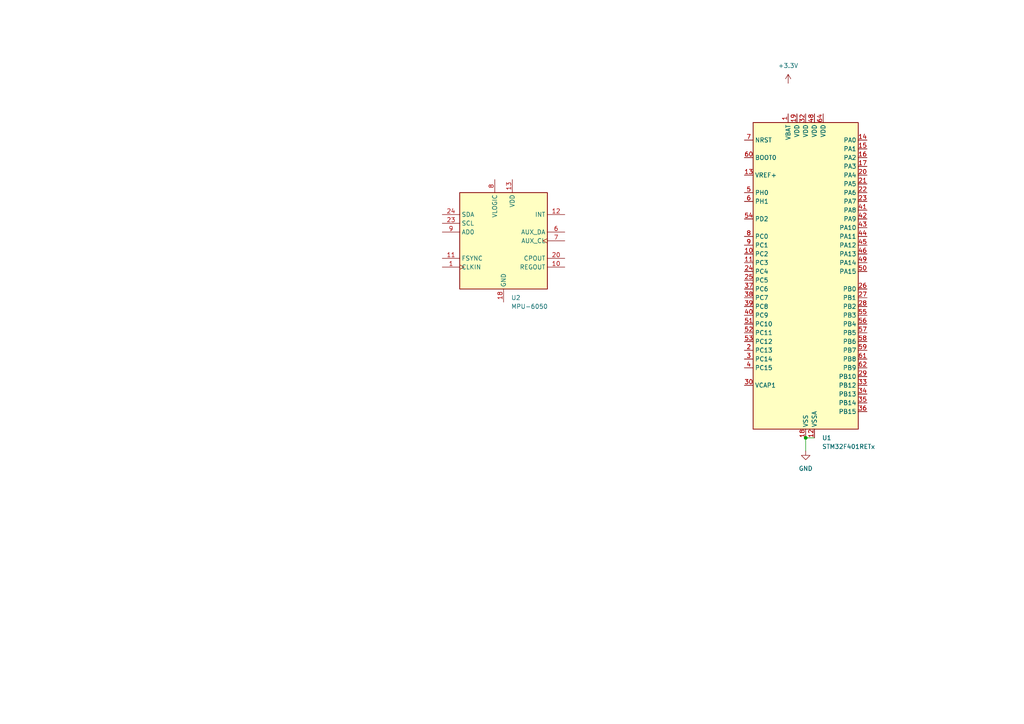
<source format=kicad_sch>
(kicad_sch (version 20231120) (generator "eeschema") (generator_version "8.0")
  (paper "A4")
  (lib_symbols
    (symbol "MCU_ST_STM32F4:STM32F401RETx"
      (property "Reference" "U" (at -15.24 46.99 0))
      (property "Value" "STM32F401RETx" (at 7.62 46.99 0))
      (symbol "STM32F401RETx_0_1"
        (rectangle (start -15.24 -43.18) (end 15.24 45.72) (stroke (width 0.254)) (fill (type background)))
      )
      (symbol "STM32F401RETx_1_1"
        (pin power_in line (at -5.08 48.26 270) (length 2.54) (name "VBAT") (number "1"))
        (pin bidirectional line (at -17.78 7.62 0) (length 2.54) (name "PC2") (number "10"))
        (pin bidirectional line (at -17.78 5.08 0) (length 2.54) (name "PC3") (number "11"))
        (pin power_in line (at 2.54 -45.72 90) (length 2.54) (name "VSSA") (number "12"))
        (pin input line (at -17.78 30.48 0) (length 2.54) (name "VREF+") (number "13"))
        (pin bidirectional line (at 17.78 40.64 180) (length 2.54) (name "PA0") (number "14"))
        (pin bidirectional line (at 17.78 38.1 180) (length 2.54) (name "PA1") (number "15"))
        (pin bidirectional line (at 17.78 35.56 180) (length 2.54) (name "PA2") (number "16"))
        (pin bidirectional line (at 17.78 33.02 180) (length 2.54) (name "PA3") (number "17"))
        (pin power_in line (at 0 -45.72 90) (length 2.54) (name "VSS") (number "18"))
        (pin power_in line (at -2.54 48.26 270) (length 2.54) (name "VDD") (number "19"))
        (pin bidirectional line (at -17.78 -20.32 0) (length 2.54) (name "PC13") (number "2"))
        (pin bidirectional line (at 17.78 30.48 180) (length 2.54) (name "PA4") (number "20"))
        (pin bidirectional line (at 17.78 27.94 180) (length 2.54) (name "PA5") (number "21"))
        (pin bidirectional line (at 17.78 25.4 180) (length 2.54) (name "PA6") (number "22"))
        (pin bidirectional line (at 17.78 22.86 180) (length 2.54) (name "PA7") (number "23"))
        (pin bidirectional line (at -17.78 2.54 0) (length 2.54) (name "PC4") (number "24"))
        (pin bidirectional line (at -17.78 0 0) (length 2.54) (name "PC5") (number "25"))
        (pin bidirectional line (at 17.78 -2.54 180) (length 2.54) (name "PB0") (number "26"))
        (pin bidirectional line (at 17.78 -5.08 180) (length 2.54) (name "PB1") (number "27"))
        (pin bidirectional line (at 17.78 -7.62 180) (length 2.54) (name "PB2") (number "28"))
        (pin bidirectional line (at 17.78 -27.94 180) (length 2.54) (name "PB10") (number "29"))
        (pin bidirectional line (at -17.78 -22.86 0) (length 2.54) (name "PC14") (number "3"))
        (pin power_out line (at -17.78 -30.48 0) (length 2.54) (name "VCAP1") (number "30"))
        (pin passive line (at 0 -45.72 90) (length 2.54) hide (name "VSS") (number "31"))
        (pin power_in line (at 0 48.26 270) (length 2.54) (name "VDD") (number "32"))
        (pin bidirectional line (at 17.78 -30.48 180) (length 2.54) (name "PB12") (number "33"))
        (pin bidirectional line (at 17.78 -33.02 180) (length 2.54) (name "PB13") (number "34"))
        (pin bidirectional line (at 17.78 -35.56 180) (length 2.54) (name "PB14") (number "35"))
        (pin bidirectional line (at 17.78 -38.1 180) (length 2.54) (name "PB15") (number "36"))
        (pin bidirectional line (at -17.78 -2.54 0) (length 2.54) (name "PC6") (number "37"))
        (pin bidirectional line (at -17.78 -5.08 0) (length 2.54) (name "PC7") (number "38"))
        (pin bidirectional line (at -17.78 -7.62 0) (length 2.54) (name "PC8") (number "39"))
        (pin bidirectional line (at -17.78 -25.4 0) (length 2.54) (name "PC15") (number "4"))
        (pin bidirectional line (at -17.78 -10.16 0) (length 2.54) (name "PC9") (number "40"))
        (pin bidirectional line (at 17.78 20.32 180) (length 2.54) (name "PA8") (number "41"))
        (pin bidirectional line (at 17.78 17.78 180) (length 2.54) (name "PA9") (number "42"))
        (pin bidirectional line (at 17.78 15.24 180) (length 2.54) (name "PA10") (number "43"))
        (pin bidirectional line (at 17.78 12.7 180) (length 2.54) (name "PA11") (number "44"))
        (pin bidirectional line (at 17.78 10.16 180) (length 2.54) (name "PA12") (number "45"))
        (pin bidirectional line (at 17.78 7.62 180) (length 2.54) (name "PA13") (number "46"))
        (pin passive line (at 0 -45.72 90) (length 2.54) hide (name "VSS") (number "47"))
        (pin power_in line (at 2.54 48.26 270) (length 2.54) (name "VDD") (number "48"))
        (pin bidirectional line (at 17.78 5.08 180) (length 2.54) (name "PA14") (number "49"))
        (pin bidirectional line (at -17.78 25.4 0) (length 2.54) (name "PH0") (number "5"))
        (pin bidirectional line (at 17.78 2.54 180) (length 2.54) (name "PA15") (number "50"))
        (pin bidirectional line (at -17.78 -12.7 0) (length 2.54) (name "PC10") (number "51"))
        (pin bidirectional line (at -17.78 -15.24 0) (length 2.54) (name "PC11") (number "52"))
        (pin bidirectional line (at -17.78 -17.78 0) (length 2.54) (name "PC12") (number "53"))
        (pin bidirectional line (at -17.78 17.78 0) (length 2.54) (name "PD2") (number "54"))
        (pin bidirectional line (at 17.78 -10.16 180) (length 2.54) (name "PB3") (number "55"))
        (pin bidirectional line (at 17.78 -12.7 180) (length 2.54) (name "PB4") (number "56"))
        (pin bidirectional line (at 17.78 -15.24 180) (length 2.54) (name "PB5") (number "57"))
        (pin bidirectional line (at 17.78 -17.78 180) (length 2.54) (name "PB6") (number "58"))
        (pin bidirectional line (at 17.78 -20.32 180) (length 2.54) (name "PB7") (number "59"))
        (pin bidirectional line (at -17.78 22.86 0) (length 2.54) (name "PH1") (number "6"))
        (pin input line (at -17.78 35.56 0) (length 2.54) (name "BOOT0") (number "60"))
        (pin bidirectional line (at 17.78 -22.86 180) (length 2.54) (name "PB8") (number "61"))
        (pin bidirectional line (at 17.78 -25.4 180) (length 2.54) (name "PB9") (number "62"))
        (pin passive line (at 0 -45.72 90) (length 2.54) hide (name "VSS") (number "63"))
        (pin power_in line (at 5.08 48.26 270) (length 2.54) (name "VDD") (number "64"))
        (pin input line (at -17.78 40.64 0) (length 2.54) (name "NRST") (number "7"))
        (pin bidirectional line (at -17.78 12.7 0) (length 2.54) (name "PC0") (number "8"))
        (pin bidirectional line (at -17.78 10.16 0) (length 2.54) (name "PC1") (number "9"))
      )
    )
    (symbol "Sensor_Motion:MPU-6050"
      (property "Reference" "U" (at -11.43 13.97 0))
      (property "Value" "MPU-6050" (at 7.62 -15.24 0))
      (symbol "MPU-6050_0_0"
        (text "" (at 12.7 -2.54 0) (effects (font (size 1.27 1.27))))
      )
      (symbol "MPU-6050_0_1"
        (rectangle (start -12.7 13.97) (end 12.7 -13.97) (stroke (width 0.254)) (fill (type background)))
      )
      (symbol "MPU-6050_1_1"
        (pin input clock (at -17.78 -7.62 0) (length 5.08) (name "CLKIN") (number "1"))
        (pin passive line (at 17.78 -7.62 180) (length 5.08) (name "REGOUT") (number "10"))
        (pin input line (at -17.78 -5.08 0) (length 5.08) (name "FSYNC") (number "11"))
        (pin output line (at 17.78 7.62 180) (length 5.08) (name "INT") (number "12"))
        (pin power_in line (at 2.54 17.78 270) (length 3.81) (name "VDD") (number "13"))
        (pin no_connect line (at -12.7 -10.16 0) (length 2.54) hide (name "NC") (number "14"))
        (pin no_connect line (at 12.7 12.7 180) (length 2.54) hide (name "NC") (number "15"))
        (pin no_connect line (at 12.7 10.16 180) (length 2.54) hide (name "NC") (number "16"))
        (pin no_connect line (at 12.7 5.08 180) (length 2.54) hide (name "NC") (number "17"))
        (pin power_in line (at 0 -17.78 90) (length 3.81) (name "GND") (number "18"))
        (pin no_connect line (at 12.7 -10.16 180) (length 2.54) hide (name "RESV") (number "19"))
        (pin no_connect line (at -12.7 12.7 0) (length 2.54) hide (name "NC") (number "2"))
        (pin passive line (at 17.78 -5.08 180) (length 5.08) (name "CPOUT") (number "20"))
        (pin no_connect line (at 12.7 -2.54 180) (length 2.54) hide (name "RESV") (number "21"))
        (pin no_connect line (at 12.7 -12.7 180) (length 2.54) hide (name "RESV") (number "22"))
        (pin input line (at -17.78 5.08 0) (length 5.08) (name "SCL") (number "23"))
        (pin bidirectional line (at -17.78 7.62 0) (length 5.08) (name "SDA") (number "24"))
        (pin no_connect line (at -12.7 10.16 0) (length 2.54) hide (name "NC") (number "3"))
        (pin no_connect line (at -12.7 0 0) (length 2.54) hide (name "NC") (number "4"))
        (pin no_connect line (at -12.7 -2.54 0) (length 2.54) hide (name "NC") (number "5"))
        (pin bidirectional line (at 17.78 2.54 180) (length 5.08) (name "AUX_DA") (number "6"))
        (pin output clock (at 17.78 0 180) (length 5.08) (name "AUX_CL") (number "7"))
        (pin power_in line (at -2.54 17.78 270) (length 3.81) (name "VLOGIC") (number "8"))
        (pin input line (at -17.78 2.54 0) (length 5.08) (name "AD0") (number "9"))
      )
    )
    (symbol "power:+3.3V" (power) (pin_numbers hide) (pin_names (offset 0) hide)
      (property "Value" "+3.3V" (at 0 3.556 0))
      (symbol "+3.3V_0_1"
        (polyline (pts (xy -0.762 1.27) (xy 0 2.54)))
        (polyline (pts (xy 0 0) (xy 0 2.54)))
        (polyline (pts (xy 0 2.54) (xy 0.762 1.27)))
      )
      (symbol "+3.3V_1_1"
        (pin power_in line (at 0 0 90) (length 0) (name "~") (number "1"))
      )
    )
    (symbol "power:GND" (power) (pin_numbers hide) (pin_names (offset 0) hide)
      (property "Value" "GND" (at 0 -3.81 0))
      (symbol "GND_0_1"
        (polyline (pts (xy 0 0) (xy 0 -1.27) (xy 1.27 -1.27) (xy 0 -2.54) (xy -1.27 -1.27) (xy 0 -1.27)))
      )
      (symbol "GND_1_1"
        (pin power_in line (at 0 0 270) (length 0) (name "~") (number "1"))
      )
    )
  )
  (junction (at 233.68 127))
  (wire (pts (xy 233.68 127) (xy 236.22 127)))
  (wire (pts (xy 233.68 127) (xy 233.68 130.81)))
  (symbol (lib_id "MCU_ST_STM32F4:STM32F401RETx") (at 233.68 81.28 0) (unit 1)
    (property "Reference" "U1" (at 238.4141 127 0) (effects (justify left)))
    (property "Value" "STM32F401RETx" (at 238.4141 129.54 0) (effects (justify left)))
    (property "Footprint" "Package_QFP:LQFP-64_10x10mm_P0.5mm" (effects (hide yes)))
    (property "Datasheet" "https://www.st.com/resource/en/datasheet/stm32f401re.pdf" (effects (hide yes)))
    (property "Description" "STMicroelectronics Arm Cortex-M4 MCU, 512KB flash, 96KB RAM, 84 MHz, 1.7-3.6V, 50 GPIO, LQFP64" (effects (hide yes)))
  )
  (symbol (lib_id "power:+3.3V") (at 228.6 24.13 0) (unit 1)
    (property "Reference" "#PWR02" (effects (hide yes)))
    (property "Value" "+3.3V" (at 228.6 19.05 0))
    (property "Description" "Power symbol creates a global label with name \"+3.3V\"" (effects (hide yes)))
  )
  (symbol (lib_id "Sensor_Motion:MPU-6050") (at 146.05 69.85 0) (unit 1)
    (property "Reference" "U2" (at 148.2441 86.36 0) (effects (justify left)))
    (property "Value" "MPU-6050" (at 148.2441 88.9 0) (effects (justify left)))
    (property "Footprint" "Sensor_Motion:InvenSense_QFN-24_4x4mm_P0.5mm" (effects (hide yes)))
    (property "Datasheet" "https://invensense.tdk.com/wp-content/uploads/2015/02/MPU-6000-Datasheet1.pdf" (effects (hide yes)))
    (property "Description" "InvenSense 6-Axis Motion Sensor, Gyroscope, Accelerometer, I2C" (effects (hide yes)))
  )
  (symbol (lib_id "power:GND") (at 233.68 130.81 0) (unit 1)
    (property "Reference" "#PWR01" (effects (hide yes)))
    (property "Value" "GND" (at 233.68 135.89 0))
    (property "Description" "Power symbol creates a global label with name \"GND\" , ground" (effects (hide yes)))
  )
)
</source>
